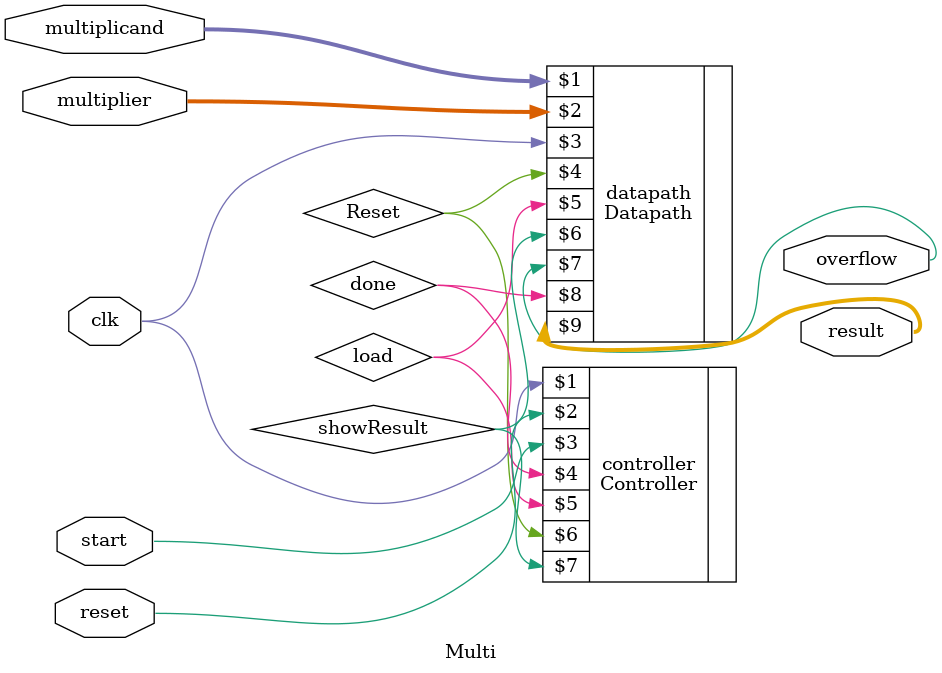
<source format=sv>
module Multi(
	input logic [31:0] multiplicand,
	input logic [31:0] multiplier,
	input logic clk,
	input logic reset,
	input logic start,
	output logic overflow,
	output logic [63:0] result
);

	logic load, Reset, showResult, done;
	
	Controller controller(clk, reset, start, done, load, Reset, showResult);
	Datapath datapath(multiplicand, multiplier, clk, Reset, load, showResult, overflow, done, result);

endmodule 	
</source>
